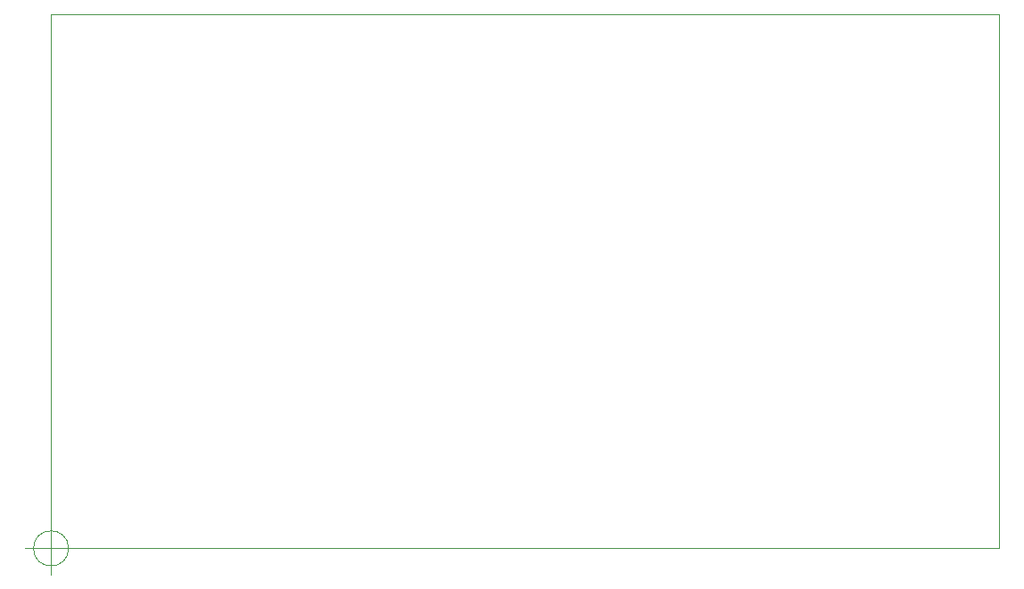
<source format=gbr>
%TF.GenerationSoftware,KiCad,Pcbnew,(6.0.0)*%
%TF.CreationDate,2022-01-02T13:01:27+02:00*%
%TF.ProjectId,shematic,7368656d-6174-4696-932e-6b696361645f,rev?*%
%TF.SameCoordinates,Original*%
%TF.FileFunction,Profile,NP*%
%FSLAX46Y46*%
G04 Gerber Fmt 4.6, Leading zero omitted, Abs format (unit mm)*
G04 Created by KiCad (PCBNEW (6.0.0)) date 2022-01-02 13:01:27*
%MOMM*%
%LPD*%
G01*
G04 APERTURE LIST*
%TA.AperFunction,Profile*%
%ADD10C,0.050000*%
%TD*%
G04 APERTURE END LIST*
D10*
X30000000Y-80000000D02*
X30000000Y-29210000D01*
X120000000Y-29210000D02*
X120000000Y-80000000D01*
X30000000Y-29210000D02*
X120000000Y-29210000D01*
X120000000Y-80000000D02*
X30000000Y-80000000D01*
X31666666Y-80000000D02*
G75*
G03*
X31666666Y-80000000I-1666666J0D01*
G01*
X27500000Y-80000000D02*
X32500000Y-80000000D01*
X30000000Y-77500000D02*
X30000000Y-82500000D01*
M02*

</source>
